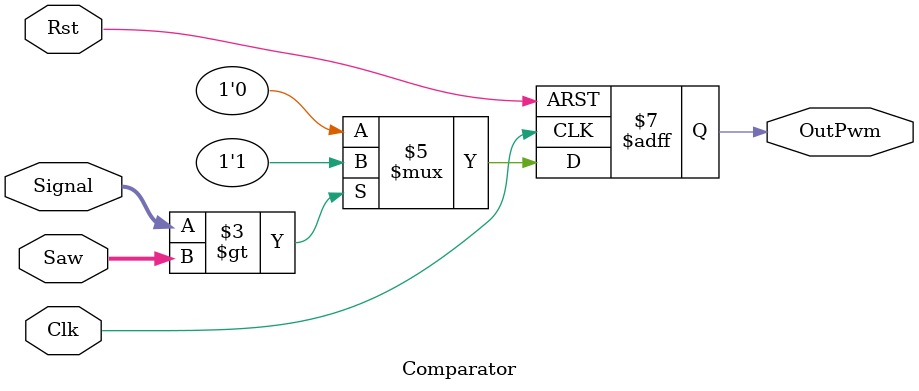
<source format=v>
module Comparator #(
	parameter databits = 8
	)(
	input[(databits-1):0] Signal,Saw,
	input Clk,Rst,
	output reg OutPwm
	);

	always @(posedge Clk or negedge Rst)begin
		if(~Rst)begin
			OutPwm <= 1'b0;
		end
		else begin
			if(Signal > Saw)begin
				OutPwm <= 1'b1;
			end
			else begin
				OutPwm <= 1'b0;
			end
		end
	end
	

endmodule 
</source>
